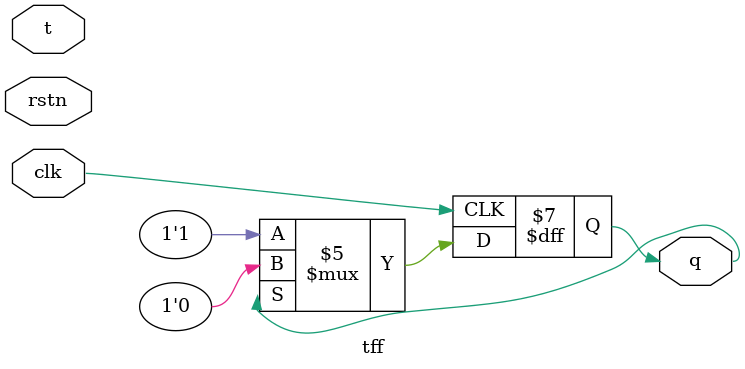
<source format=v>
module tff (   input clk,
              input rstn,
              input t,
            output reg q);
  initial begin
    q=0;
  end
  always @ (posedge clk) begin
    if (q==0) 
      q <= 1;
    else
          q <= 0;
  end


//   always @(clk or q) begin
//      $display("clk=%d, q = %d",clk,q);
// end
endmodule

</source>
